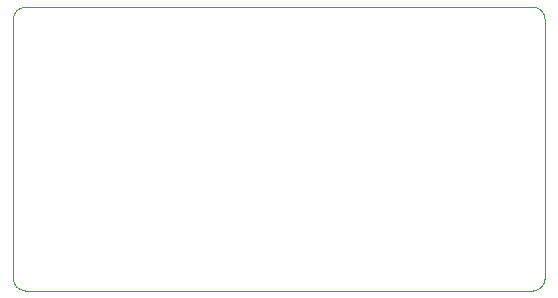
<source format=gbr>
G04 #@! TF.FileFunction,Profile,NP*
%FSLAX46Y46*%
G04 Gerber Fmt 4.6, Leading zero omitted, Abs format (unit mm)*
G04 Created by KiCad (PCBNEW (2015-01-08 BZR 5360)-product) date 2015-02-07T22:42:15 CET*
%MOMM*%
G01*
G04 APERTURE LIST*
%ADD10C,0.150000*%
%ADD11C,0.025400*%
G04 APERTURE END LIST*
D10*
D11*
X105000000Y-61000000D02*
X105000000Y-83000000D01*
X61000000Y-60000000D02*
X104000000Y-60000000D01*
X60000000Y-83000000D02*
X60000000Y-61000000D01*
X104000000Y-84000000D02*
X61000000Y-84000000D01*
X60000000Y-83000000D02*
G75*
G03X61000000Y-84000000I1000000J0D01*
G01*
X104000000Y-84000000D02*
G75*
G03X105000000Y-83000000I0J1000000D01*
G01*
X61000000Y-60000000D02*
G75*
G03X60000000Y-61000000I0J-1000000D01*
G01*
X105000000Y-61000000D02*
G75*
G03X104000000Y-60000000I-1000000J0D01*
G01*
M02*

</source>
